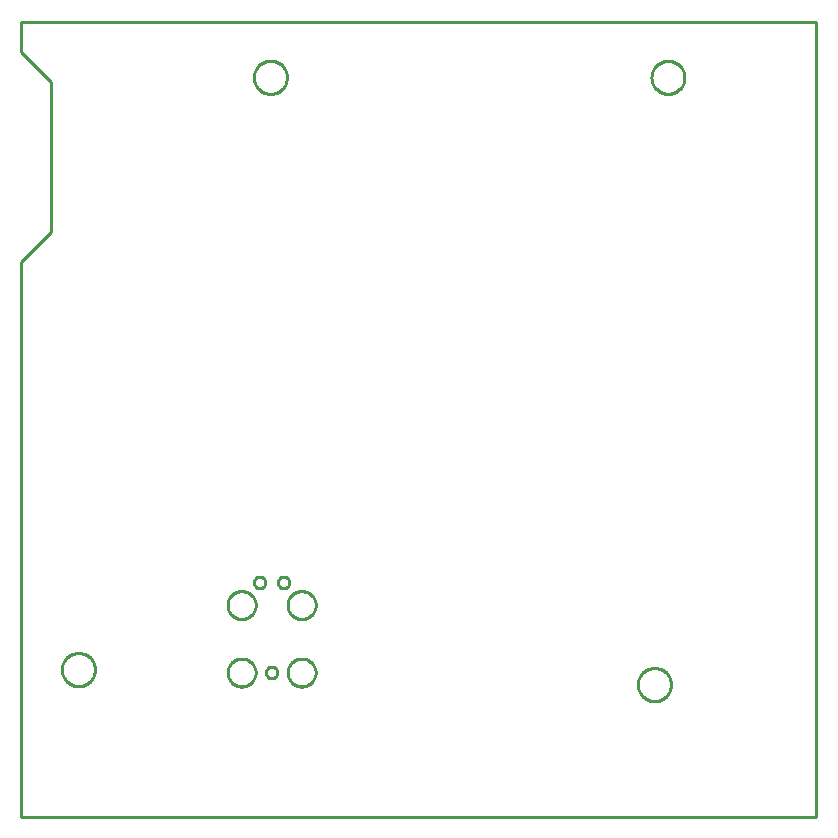
<source format=gbr>
G04 EAGLE Gerber RS-274X export*
G75*
%MOMM*%
%FSLAX34Y34*%
%LPD*%
%IN*%
%IPPOS*%
%AMOC8*
5,1,8,0,0,1.08239X$1,22.5*%
G01*
%ADD10C,0.254000*%


D10*
X0Y0D02*
X673100Y0D01*
X673100Y673100D01*
X0Y673100D01*
X0Y647700D01*
X25400Y622300D01*
X25400Y495300D01*
X0Y469900D01*
X0Y0D01*
X212098Y126873D02*
X212651Y126811D01*
X213193Y126687D01*
X213718Y126503D01*
X214220Y126262D01*
X214691Y125966D01*
X215126Y125619D01*
X215519Y125226D01*
X215866Y124791D01*
X216162Y124320D01*
X216403Y123818D01*
X216587Y123293D01*
X216711Y122751D01*
X216773Y122198D01*
X216773Y121642D01*
X216711Y121089D01*
X216587Y120547D01*
X216403Y120022D01*
X216162Y119520D01*
X215866Y119049D01*
X215519Y118614D01*
X215126Y118221D01*
X214691Y117874D01*
X214220Y117578D01*
X213718Y117337D01*
X213193Y117153D01*
X212651Y117029D01*
X212098Y116967D01*
X211542Y116967D01*
X210989Y117029D01*
X210447Y117153D01*
X209922Y117337D01*
X209420Y117578D01*
X208949Y117874D01*
X208514Y118221D01*
X208121Y118614D01*
X207774Y119049D01*
X207478Y119520D01*
X207237Y120022D01*
X207053Y120547D01*
X206929Y121089D01*
X206867Y121642D01*
X206867Y122198D01*
X206929Y122751D01*
X207053Y123293D01*
X207237Y123818D01*
X207478Y124320D01*
X207774Y124791D01*
X208121Y125226D01*
X208514Y125619D01*
X208949Y125966D01*
X209420Y126262D01*
X209922Y126503D01*
X210447Y126687D01*
X210989Y126811D01*
X211542Y126873D01*
X212098Y126873D01*
X201938Y203073D02*
X202491Y203011D01*
X203033Y202887D01*
X203558Y202703D01*
X204060Y202462D01*
X204531Y202166D01*
X204966Y201819D01*
X205359Y201426D01*
X205706Y200991D01*
X206002Y200520D01*
X206243Y200018D01*
X206427Y199493D01*
X206551Y198951D01*
X206613Y198398D01*
X206613Y197842D01*
X206551Y197289D01*
X206427Y196747D01*
X206243Y196222D01*
X206002Y195720D01*
X205706Y195249D01*
X205359Y194814D01*
X204966Y194421D01*
X204531Y194074D01*
X204060Y193778D01*
X203558Y193537D01*
X203033Y193353D01*
X202491Y193229D01*
X201938Y193167D01*
X201382Y193167D01*
X200829Y193229D01*
X200287Y193353D01*
X199762Y193537D01*
X199260Y193778D01*
X198789Y194074D01*
X198354Y194421D01*
X197961Y194814D01*
X197614Y195249D01*
X197318Y195720D01*
X197077Y196222D01*
X196893Y196747D01*
X196769Y197289D01*
X196707Y197842D01*
X196707Y198398D01*
X196769Y198951D01*
X196893Y199493D01*
X197077Y200018D01*
X197318Y200520D01*
X197614Y200991D01*
X197961Y201426D01*
X198354Y201819D01*
X198789Y202166D01*
X199260Y202462D01*
X199762Y202703D01*
X200287Y202887D01*
X200829Y203011D01*
X201382Y203073D01*
X201938Y203073D01*
X222258Y203073D02*
X222811Y203011D01*
X223353Y202887D01*
X223878Y202703D01*
X224380Y202462D01*
X224851Y202166D01*
X225286Y201819D01*
X225679Y201426D01*
X226026Y200991D01*
X226322Y200520D01*
X226563Y200018D01*
X226747Y199493D01*
X226871Y198951D01*
X226933Y198398D01*
X226933Y197842D01*
X226871Y197289D01*
X226747Y196747D01*
X226563Y196222D01*
X226322Y195720D01*
X226026Y195249D01*
X225679Y194814D01*
X225286Y194421D01*
X224851Y194074D01*
X224380Y193778D01*
X223878Y193537D01*
X223353Y193353D01*
X222811Y193229D01*
X222258Y193167D01*
X221702Y193167D01*
X221149Y193229D01*
X220607Y193353D01*
X220082Y193537D01*
X219580Y193778D01*
X219109Y194074D01*
X218674Y194421D01*
X218281Y194814D01*
X217934Y195249D01*
X217638Y195720D01*
X217397Y196222D01*
X217213Y196747D01*
X217089Y197289D01*
X217027Y197842D01*
X217027Y198398D01*
X217089Y198951D01*
X217213Y199493D01*
X217397Y200018D01*
X217638Y200520D01*
X217934Y200991D01*
X218281Y201426D01*
X218674Y201819D01*
X219109Y202166D01*
X219580Y202462D01*
X220082Y202703D01*
X220607Y202887D01*
X221149Y203011D01*
X221702Y203073D01*
X222258Y203073D01*
X237687Y133794D02*
X238617Y133721D01*
X239538Y133575D01*
X240446Y133357D01*
X241333Y133069D01*
X242195Y132712D01*
X243026Y132288D01*
X243822Y131801D01*
X244577Y131252D01*
X245286Y130646D01*
X245946Y129986D01*
X246552Y129277D01*
X247101Y128522D01*
X247588Y127726D01*
X248012Y126895D01*
X248369Y126033D01*
X248657Y125146D01*
X248875Y124238D01*
X249021Y123317D01*
X249094Y122387D01*
X249094Y121453D01*
X249021Y120523D01*
X248875Y119602D01*
X248657Y118694D01*
X248369Y117807D01*
X248012Y116945D01*
X247588Y116114D01*
X247101Y115318D01*
X246552Y114563D01*
X245946Y113854D01*
X245286Y113194D01*
X244577Y112588D01*
X243822Y112040D01*
X243026Y111552D01*
X242195Y111128D01*
X241333Y110771D01*
X240446Y110483D01*
X239538Y110265D01*
X238617Y110119D01*
X237687Y110046D01*
X236753Y110046D01*
X235823Y110119D01*
X234902Y110265D01*
X233994Y110483D01*
X233107Y110771D01*
X232245Y111128D01*
X231414Y111552D01*
X230618Y112040D01*
X229863Y112588D01*
X229154Y113194D01*
X228494Y113854D01*
X227888Y114563D01*
X227340Y115318D01*
X226852Y116114D01*
X226428Y116945D01*
X226071Y117807D01*
X225783Y118694D01*
X225565Y119602D01*
X225419Y120523D01*
X225346Y121453D01*
X225346Y122387D01*
X225419Y123317D01*
X225565Y124238D01*
X225783Y125146D01*
X226071Y126033D01*
X226428Y126895D01*
X226852Y127726D01*
X227340Y128522D01*
X227888Y129277D01*
X228494Y129986D01*
X229154Y130646D01*
X229863Y131252D01*
X230618Y131801D01*
X231414Y132288D01*
X232245Y132712D01*
X233107Y133069D01*
X233994Y133357D01*
X234902Y133575D01*
X235823Y133721D01*
X236753Y133794D01*
X237687Y133794D01*
X237687Y190944D02*
X238617Y190871D01*
X239538Y190725D01*
X240446Y190507D01*
X241333Y190219D01*
X242195Y189862D01*
X243026Y189438D01*
X243822Y188951D01*
X244577Y188402D01*
X245286Y187796D01*
X245946Y187136D01*
X246552Y186427D01*
X247101Y185672D01*
X247588Y184876D01*
X248012Y184045D01*
X248369Y183183D01*
X248657Y182296D01*
X248875Y181388D01*
X249021Y180467D01*
X249094Y179537D01*
X249094Y178603D01*
X249021Y177673D01*
X248875Y176752D01*
X248657Y175844D01*
X248369Y174957D01*
X248012Y174095D01*
X247588Y173264D01*
X247101Y172468D01*
X246552Y171713D01*
X245946Y171004D01*
X245286Y170344D01*
X244577Y169738D01*
X243822Y169190D01*
X243026Y168702D01*
X242195Y168278D01*
X241333Y167921D01*
X240446Y167633D01*
X239538Y167415D01*
X238617Y167269D01*
X237687Y167196D01*
X236753Y167196D01*
X235823Y167269D01*
X234902Y167415D01*
X233994Y167633D01*
X233107Y167921D01*
X232245Y168278D01*
X231414Y168702D01*
X230618Y169190D01*
X229863Y169738D01*
X229154Y170344D01*
X228494Y171004D01*
X227888Y171713D01*
X227340Y172468D01*
X226852Y173264D01*
X226428Y174095D01*
X226071Y174957D01*
X225783Y175844D01*
X225565Y176752D01*
X225419Y177673D01*
X225346Y178603D01*
X225346Y179537D01*
X225419Y180467D01*
X225565Y181388D01*
X225783Y182296D01*
X226071Y183183D01*
X226428Y184045D01*
X226852Y184876D01*
X227340Y185672D01*
X227888Y186427D01*
X228494Y187136D01*
X229154Y187796D01*
X229863Y188402D01*
X230618Y188951D01*
X231414Y189438D01*
X232245Y189862D01*
X233107Y190219D01*
X233994Y190507D01*
X234902Y190725D01*
X235823Y190871D01*
X236753Y190944D01*
X237687Y190944D01*
X186887Y190944D02*
X187817Y190871D01*
X188738Y190725D01*
X189646Y190507D01*
X190533Y190219D01*
X191395Y189862D01*
X192226Y189438D01*
X193022Y188951D01*
X193777Y188402D01*
X194486Y187796D01*
X195146Y187136D01*
X195752Y186427D01*
X196301Y185672D01*
X196788Y184876D01*
X197212Y184045D01*
X197569Y183183D01*
X197857Y182296D01*
X198075Y181388D01*
X198221Y180467D01*
X198294Y179537D01*
X198294Y178603D01*
X198221Y177673D01*
X198075Y176752D01*
X197857Y175844D01*
X197569Y174957D01*
X197212Y174095D01*
X196788Y173264D01*
X196301Y172468D01*
X195752Y171713D01*
X195146Y171004D01*
X194486Y170344D01*
X193777Y169738D01*
X193022Y169190D01*
X192226Y168702D01*
X191395Y168278D01*
X190533Y167921D01*
X189646Y167633D01*
X188738Y167415D01*
X187817Y167269D01*
X186887Y167196D01*
X185953Y167196D01*
X185023Y167269D01*
X184102Y167415D01*
X183194Y167633D01*
X182307Y167921D01*
X181445Y168278D01*
X180614Y168702D01*
X179818Y169190D01*
X179063Y169738D01*
X178354Y170344D01*
X177694Y171004D01*
X177088Y171713D01*
X176540Y172468D01*
X176052Y173264D01*
X175628Y174095D01*
X175271Y174957D01*
X174983Y175844D01*
X174765Y176752D01*
X174619Y177673D01*
X174546Y178603D01*
X174546Y179537D01*
X174619Y180467D01*
X174765Y181388D01*
X174983Y182296D01*
X175271Y183183D01*
X175628Y184045D01*
X176052Y184876D01*
X176540Y185672D01*
X177088Y186427D01*
X177694Y187136D01*
X178354Y187796D01*
X179063Y188402D01*
X179818Y188951D01*
X180614Y189438D01*
X181445Y189862D01*
X182307Y190219D01*
X183194Y190507D01*
X184102Y190725D01*
X185023Y190871D01*
X185953Y190944D01*
X186887Y190944D01*
X186887Y133794D02*
X187817Y133721D01*
X188738Y133575D01*
X189646Y133357D01*
X190533Y133069D01*
X191395Y132712D01*
X192226Y132288D01*
X193022Y131801D01*
X193777Y131252D01*
X194486Y130646D01*
X195146Y129986D01*
X195752Y129277D01*
X196301Y128522D01*
X196788Y127726D01*
X197212Y126895D01*
X197569Y126033D01*
X197857Y125146D01*
X198075Y124238D01*
X198221Y123317D01*
X198294Y122387D01*
X198294Y121453D01*
X198221Y120523D01*
X198075Y119602D01*
X197857Y118694D01*
X197569Y117807D01*
X197212Y116945D01*
X196788Y116114D01*
X196301Y115318D01*
X195752Y114563D01*
X195146Y113854D01*
X194486Y113194D01*
X193777Y112588D01*
X193022Y112040D01*
X192226Y111552D01*
X191395Y111128D01*
X190533Y110771D01*
X189646Y110483D01*
X188738Y110265D01*
X187817Y110119D01*
X186887Y110046D01*
X185953Y110046D01*
X185023Y110119D01*
X184102Y110265D01*
X183194Y110483D01*
X182307Y110771D01*
X181445Y111128D01*
X180614Y111552D01*
X179818Y112040D01*
X179063Y112588D01*
X178354Y113194D01*
X177694Y113854D01*
X177088Y114563D01*
X176540Y115318D01*
X176052Y116114D01*
X175628Y116945D01*
X175271Y117807D01*
X174983Y118694D01*
X174765Y119602D01*
X174619Y120523D01*
X174546Y121453D01*
X174546Y122387D01*
X174619Y123317D01*
X174765Y124238D01*
X174983Y125146D01*
X175271Y126033D01*
X175628Y126895D01*
X176052Y127726D01*
X176540Y128522D01*
X177088Y129277D01*
X177694Y129986D01*
X178354Y130646D01*
X179063Y131252D01*
X179818Y131801D01*
X180614Y132288D01*
X181445Y132712D01*
X182307Y133069D01*
X183194Y133357D01*
X184102Y133575D01*
X185023Y133721D01*
X185953Y133794D01*
X186887Y133794D01*
X533370Y625356D02*
X533441Y624359D01*
X533584Y623369D01*
X533796Y622392D01*
X534078Y621432D01*
X534427Y620495D01*
X534843Y619585D01*
X535322Y618708D01*
X535863Y617866D01*
X536462Y617066D01*
X537117Y616310D01*
X537824Y615603D01*
X538580Y614948D01*
X539380Y614349D01*
X540222Y613808D01*
X541099Y613329D01*
X542009Y612913D01*
X542946Y612564D01*
X543906Y612282D01*
X544883Y612070D01*
X545873Y611927D01*
X546870Y611856D01*
X547870Y611856D01*
X548868Y611927D01*
X549857Y612070D01*
X550835Y612282D01*
X551794Y612564D01*
X552731Y612913D01*
X553641Y613329D01*
X554518Y613808D01*
X555360Y614349D01*
X556160Y614948D01*
X556916Y615603D01*
X557623Y616310D01*
X558278Y617066D01*
X558877Y617866D01*
X559418Y618708D01*
X559897Y619585D01*
X560313Y620495D01*
X560662Y621432D01*
X560944Y622392D01*
X561156Y623369D01*
X561299Y624359D01*
X561370Y625356D01*
X561370Y626356D01*
X561299Y627354D01*
X561156Y628343D01*
X560944Y629321D01*
X560662Y630280D01*
X560313Y631217D01*
X559897Y632127D01*
X559418Y633004D01*
X558877Y633846D01*
X558278Y634646D01*
X557623Y635402D01*
X556916Y636109D01*
X556160Y636764D01*
X555360Y637363D01*
X554518Y637904D01*
X553641Y638383D01*
X552731Y638799D01*
X551794Y639148D01*
X550835Y639430D01*
X549857Y639642D01*
X548868Y639785D01*
X547870Y639856D01*
X546870Y639856D01*
X545873Y639785D01*
X544883Y639642D01*
X543906Y639430D01*
X542946Y639148D01*
X542009Y638799D01*
X541099Y638383D01*
X540222Y637904D01*
X539380Y637363D01*
X538580Y636764D01*
X537824Y636109D01*
X537117Y635402D01*
X536462Y634646D01*
X535863Y633846D01*
X535322Y633004D01*
X534843Y632127D01*
X534427Y631217D01*
X534078Y630280D01*
X533796Y629321D01*
X533584Y628343D01*
X533441Y627354D01*
X533370Y626356D01*
X533370Y625356D01*
X521940Y111260D02*
X522011Y110263D01*
X522154Y109273D01*
X522366Y108296D01*
X522648Y107336D01*
X522997Y106399D01*
X523413Y105489D01*
X523892Y104612D01*
X524433Y103770D01*
X525032Y102970D01*
X525687Y102214D01*
X526394Y101507D01*
X527150Y100852D01*
X527950Y100253D01*
X528792Y99712D01*
X529669Y99233D01*
X530579Y98817D01*
X531516Y98468D01*
X532476Y98186D01*
X533453Y97974D01*
X534443Y97831D01*
X535440Y97760D01*
X536440Y97760D01*
X537438Y97831D01*
X538427Y97974D01*
X539405Y98186D01*
X540364Y98468D01*
X541301Y98817D01*
X542211Y99233D01*
X543088Y99712D01*
X543930Y100253D01*
X544730Y100852D01*
X545486Y101507D01*
X546193Y102214D01*
X546848Y102970D01*
X547447Y103770D01*
X547988Y104612D01*
X548467Y105489D01*
X548883Y106399D01*
X549232Y107336D01*
X549514Y108296D01*
X549726Y109273D01*
X549869Y110263D01*
X549940Y111260D01*
X549940Y112260D01*
X549869Y113258D01*
X549726Y114247D01*
X549514Y115225D01*
X549232Y116184D01*
X548883Y117121D01*
X548467Y118031D01*
X547988Y118908D01*
X547447Y119750D01*
X546848Y120550D01*
X546193Y121306D01*
X545486Y122013D01*
X544730Y122668D01*
X543930Y123267D01*
X543088Y123808D01*
X542211Y124287D01*
X541301Y124703D01*
X540364Y125052D01*
X539405Y125334D01*
X538427Y125546D01*
X537438Y125689D01*
X536440Y125760D01*
X535440Y125760D01*
X534443Y125689D01*
X533453Y125546D01*
X532476Y125334D01*
X531516Y125052D01*
X530579Y124703D01*
X529669Y124287D01*
X528792Y123808D01*
X527950Y123267D01*
X527150Y122668D01*
X526394Y122013D01*
X525687Y121306D01*
X525032Y120550D01*
X524433Y119750D01*
X523892Y118908D01*
X523413Y118031D01*
X522997Y117121D01*
X522648Y116184D01*
X522366Y115225D01*
X522154Y114247D01*
X522011Y113258D01*
X521940Y112260D01*
X521940Y111260D01*
X34260Y123960D02*
X34331Y122963D01*
X34474Y121973D01*
X34686Y120996D01*
X34968Y120036D01*
X35317Y119099D01*
X35733Y118189D01*
X36212Y117312D01*
X36753Y116470D01*
X37352Y115670D01*
X38007Y114914D01*
X38714Y114207D01*
X39470Y113552D01*
X40270Y112953D01*
X41112Y112412D01*
X41989Y111933D01*
X42899Y111517D01*
X43836Y111168D01*
X44796Y110886D01*
X45773Y110674D01*
X46763Y110531D01*
X47760Y110460D01*
X48760Y110460D01*
X49758Y110531D01*
X50747Y110674D01*
X51725Y110886D01*
X52684Y111168D01*
X53621Y111517D01*
X54531Y111933D01*
X55408Y112412D01*
X56250Y112953D01*
X57050Y113552D01*
X57806Y114207D01*
X58513Y114914D01*
X59168Y115670D01*
X59767Y116470D01*
X60308Y117312D01*
X60787Y118189D01*
X61203Y119099D01*
X61552Y120036D01*
X61834Y120996D01*
X62046Y121973D01*
X62189Y122963D01*
X62260Y123960D01*
X62260Y124960D01*
X62189Y125958D01*
X62046Y126947D01*
X61834Y127925D01*
X61552Y128884D01*
X61203Y129821D01*
X60787Y130731D01*
X60308Y131608D01*
X59767Y132450D01*
X59168Y133250D01*
X58513Y134006D01*
X57806Y134713D01*
X57050Y135368D01*
X56250Y135967D01*
X55408Y136508D01*
X54531Y136987D01*
X53621Y137403D01*
X52684Y137752D01*
X51725Y138034D01*
X50747Y138246D01*
X49758Y138389D01*
X48760Y138460D01*
X47760Y138460D01*
X46763Y138389D01*
X45773Y138246D01*
X44796Y138034D01*
X43836Y137752D01*
X42899Y137403D01*
X41989Y136987D01*
X41112Y136508D01*
X40270Y135967D01*
X39470Y135368D01*
X38714Y134713D01*
X38007Y134006D01*
X37352Y133250D01*
X36753Y132450D01*
X36212Y131608D01*
X35733Y130731D01*
X35317Y129821D01*
X34968Y128884D01*
X34686Y127925D01*
X34474Y126947D01*
X34331Y125958D01*
X34260Y124960D01*
X34260Y123960D01*
X196820Y625356D02*
X196891Y624359D01*
X197034Y623369D01*
X197246Y622392D01*
X197528Y621432D01*
X197877Y620495D01*
X198293Y619585D01*
X198772Y618708D01*
X199313Y617866D01*
X199912Y617066D01*
X200567Y616310D01*
X201274Y615603D01*
X202030Y614948D01*
X202830Y614349D01*
X203672Y613808D01*
X204549Y613329D01*
X205459Y612913D01*
X206396Y612564D01*
X207356Y612282D01*
X208333Y612070D01*
X209323Y611927D01*
X210320Y611856D01*
X211320Y611856D01*
X212318Y611927D01*
X213307Y612070D01*
X214285Y612282D01*
X215244Y612564D01*
X216181Y612913D01*
X217091Y613329D01*
X217968Y613808D01*
X218810Y614349D01*
X219610Y614948D01*
X220366Y615603D01*
X221073Y616310D01*
X221728Y617066D01*
X222327Y617866D01*
X222868Y618708D01*
X223347Y619585D01*
X223763Y620495D01*
X224112Y621432D01*
X224394Y622392D01*
X224606Y623369D01*
X224749Y624359D01*
X224820Y625356D01*
X224820Y626356D01*
X224749Y627354D01*
X224606Y628343D01*
X224394Y629321D01*
X224112Y630280D01*
X223763Y631217D01*
X223347Y632127D01*
X222868Y633004D01*
X222327Y633846D01*
X221728Y634646D01*
X221073Y635402D01*
X220366Y636109D01*
X219610Y636764D01*
X218810Y637363D01*
X217968Y637904D01*
X217091Y638383D01*
X216181Y638799D01*
X215244Y639148D01*
X214285Y639430D01*
X213307Y639642D01*
X212318Y639785D01*
X211320Y639856D01*
X210320Y639856D01*
X209323Y639785D01*
X208333Y639642D01*
X207356Y639430D01*
X206396Y639148D01*
X205459Y638799D01*
X204549Y638383D01*
X203672Y637904D01*
X202830Y637363D01*
X202030Y636764D01*
X201274Y636109D01*
X200567Y635402D01*
X199912Y634646D01*
X199313Y633846D01*
X198772Y633004D01*
X198293Y632127D01*
X197877Y631217D01*
X197528Y630280D01*
X197246Y629321D01*
X197034Y628343D01*
X196891Y627354D01*
X196820Y626356D01*
X196820Y625356D01*
M02*

</source>
